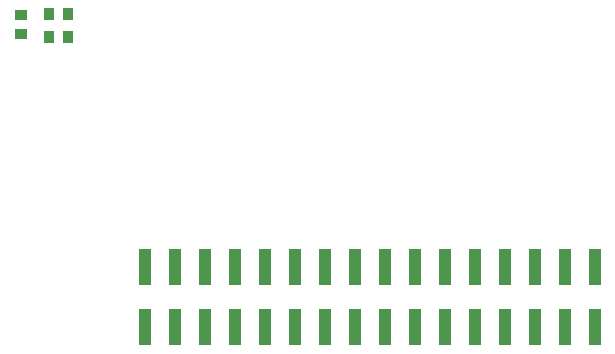
<source format=gtp>
G04 #@! TF.GenerationSoftware,KiCad,Pcbnew,(5.1.12)-1*
G04 #@! TF.CreationDate,2023-02-12T19:07:51-08:00*
G04 #@! TF.ProjectId,GB-BRK-CART,47422d42-524b-42d4-9341-52542e6b6963,v1.0*
G04 #@! TF.SameCoordinates,Original*
G04 #@! TF.FileFunction,Paste,Top*
G04 #@! TF.FilePolarity,Positive*
%FSLAX46Y46*%
G04 Gerber Fmt 4.6, Leading zero omitted, Abs format (unit mm)*
G04 Created by KiCad (PCBNEW (5.1.12)-1) date 2023-02-12 19:07:51*
%MOMM*%
%LPD*%
G01*
G04 APERTURE LIST*
%ADD10R,1.000000X3.150000*%
%ADD11R,0.820000X1.000000*%
%ADD12R,1.000000X0.820000*%
G04 APERTURE END LIST*
D10*
X119050000Y-45475000D03*
X119050000Y-50525000D03*
X116510000Y-45475000D03*
X116510000Y-50525000D03*
X113970000Y-45475000D03*
X113970000Y-50525000D03*
X111430000Y-45475000D03*
X111430000Y-50525000D03*
X108890000Y-45475000D03*
X108890000Y-50525000D03*
X106350000Y-45475000D03*
X106350000Y-50525000D03*
X103810000Y-45475000D03*
X103810000Y-50525000D03*
X101270000Y-45475000D03*
X101270000Y-50525000D03*
X98730000Y-45475000D03*
X98730000Y-50525000D03*
X96190000Y-45475000D03*
X96190000Y-50525000D03*
X93650000Y-45475000D03*
X93650000Y-50525000D03*
X91110000Y-45475000D03*
X91110000Y-50525000D03*
X88570000Y-45475000D03*
X88570000Y-50525000D03*
X86030000Y-45475000D03*
X86030000Y-50525000D03*
X83490000Y-45475000D03*
X83490000Y-50525000D03*
X80950000Y-45475000D03*
X80950000Y-50525000D03*
D11*
X72848000Y-24054000D03*
X74448000Y-24054000D03*
D12*
X70448000Y-24154000D03*
X70448000Y-25754000D03*
D11*
X74448000Y-25954000D03*
X72848000Y-25954000D03*
M02*

</source>
